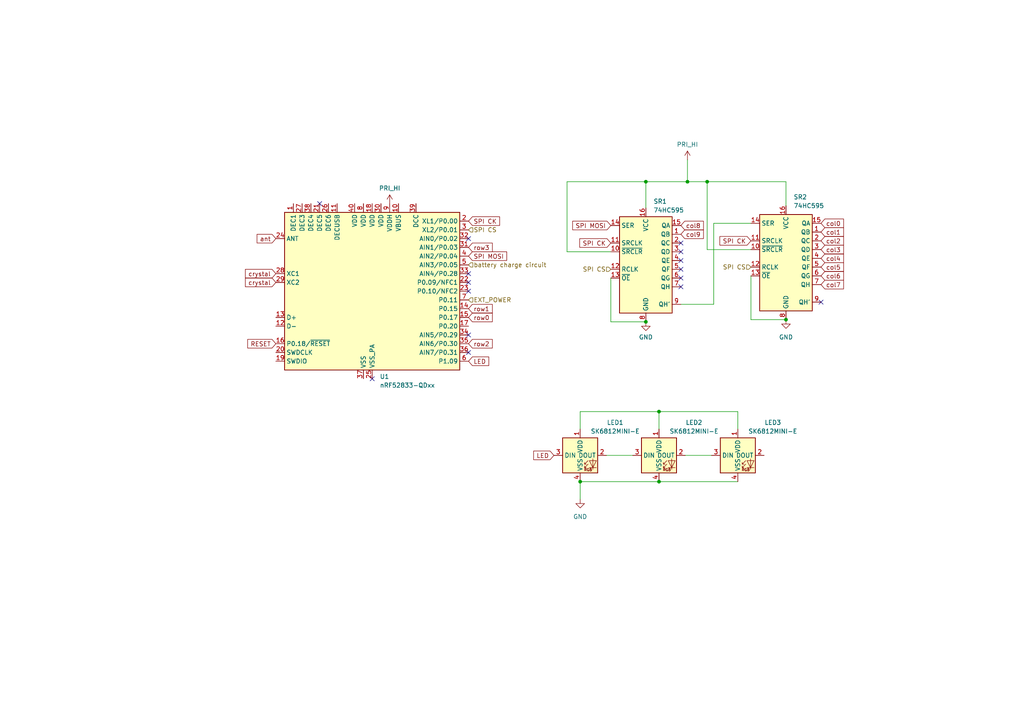
<source format=kicad_sch>
(kicad_sch (version 20230121) (generator eeschema)
  (paper "A4")
  (lib_symbols
    (symbol "74xx:74HC595"
      (property "Reference" "U" (at -7.62 13.97 0))
      (property "Value" "74HC595" (at -7.62 -16.51 0))
      (symbol "74HC595_1_0"
        (pin tri_state line (at 10.16 7.62 180) (length 2.54) (name "QB") (number "1"))
        (pin input line (at -10.16 2.54 0) (length 2.54) (name "~{SRCLR}") (number "10"))
        (pin input line (at -10.16 5.08 0) (length 2.54) (name "SRCLK") (number "11"))
        (pin input line (at -10.16 -2.54 0) (length 2.54) (name "RCLK") (number "12"))
        (pin input line (at -10.16 -5.08 0) (length 2.54) (name "~{OE}") (number "13"))
        (pin input line (at -10.16 10.16 0) (length 2.54) (name "SER") (number "14"))
        (pin tri_state line (at 10.16 10.16 180) (length 2.54) (name "QA") (number "15"))
        (pin power_in line (at 0 15.24 270) (length 2.54) (name "VCC") (number "16"))
        (pin tri_state line (at 10.16 5.08 180) (length 2.54) (name "QC") (number "2"))
        (pin tri_state line (at 10.16 2.54 180) (length 2.54) (name "QD") (number "3"))
        (pin tri_state line (at 10.16 0 180) (length 2.54) (name "QE") (number "4"))
        (pin tri_state line (at 10.16 -2.54 180) (length 2.54) (name "QF") (number "5"))
        (pin tri_state line (at 10.16 -5.08 180) (length 2.54) (name "QG") (number "6"))
        (pin tri_state line (at 10.16 -7.62 180) (length 2.54) (name "QH") (number "7"))
        (pin power_in line (at 0 -17.78 90) (length 2.54) (name "GND") (number "8"))
        (pin output line (at 10.16 -12.7 180) (length 2.54) (name "QH'") (number "9"))
      )
      (symbol "74HC595_1_1"
        (rectangle (start -7.62 12.7) (end 7.62 -15.24) (stroke (width 0.254)) (fill (type background)))
      )
    )
    (symbol "MCU_Nordic:nRF52820-QDxx"
      (property "Reference" "U1" (at 2.1941 -24.765 0))
      (property "Value" "nRF52833-QDxx" (at 2.1941 -27.305 0))
      (symbol "nRF52820-QDxx_0_1"
        (rectangle (start -25.4 22.86) (end 25.4 -22.86) (stroke (width 0.254)) (fill (type background)))
      )
      (symbol "nRF52820-QDxx_1_1"
        (pin passive line (at -22.86 25.4 270) (length 2.54) (name "DEC1") (number "1"))
        (pin power_in line (at 7.62 25.4 270) (length 2.54) (name "VBUS") (number "10"))
        (pin passive line (at -10.16 25.4 270) (length 2.54) (name "DECUSB") (number "11"))
        (pin bidirectional line (at -27.94 -10.16 0) (length 2.54) (name "D-") (number "12"))
        (pin bidirectional line (at -27.94 -7.62 0) (length 2.54) (name "D+") (number "13"))
        (pin bidirectional line (at 27.94 -5.08 180) (length 2.54) (name "P0.15") (number "14"))
        (pin bidirectional line (at 27.94 -7.62 180) (length 2.54) (name "P0.17") (number "15"))
        (pin bidirectional line (at -27.94 -15.24 0) (length 2.54) (name "P0.18/~{RESET}") (number "16"))
        (pin bidirectional line (at 27.94 -10.16 180) (length 2.54) (name "P0.20") (number "17"))
        (pin power_in line (at 0 25.4 270) (length 2.54) (name "VDD") (number "18"))
        (pin bidirectional line (at -27.94 -20.32 0) (length 2.54) (name "SWDIO") (number "19"))
        (pin bidirectional line (at 27.94 20.32 180) (length 2.54) (name "XL1/P0.00") (number "2"))
        (pin input line (at -27.94 -17.78 0) (length 2.54) (name "SWDCLK") (number "20"))
        (pin passive line (at -15.24 25.4 270) (length 2.54) (name "DEC5") (number "21"))
        (pin bidirectional line (at 27.94 2.54 180) (length 2.54) (name "P0.09/NFC1") (number "22"))
        (pin bidirectional line (at 27.94 0 180) (length 2.54) (name "P0.10/NFC2") (number "23"))
        (pin passive line (at -27.94 15.24 0) (length 2.54) (name "ANT") (number "24"))
        (pin power_in line (at 0 -25.4 90) (length 2.54) (name "VSS_PA") (number "25"))
        (pin passive line (at -12.7 25.4 270) (length 2.54) (name "DEC6") (number "26"))
        (pin passive line (at -20.32 25.4 270) (length 2.54) (name "DEC3") (number "27"))
        (pin input line (at -27.94 5.08 0) (length 2.54) (name "XC1") (number "28"))
        (pin input line (at -27.94 2.54 0) (length 2.54) (name "XC2") (number "29"))
        (pin bidirectional line (at 27.94 17.78 180) (length 2.54) (name "XL2/P0.01") (number "3"))
        (pin power_in line (at 2.54 25.4 270) (length 2.54) (name "VDD") (number "30"))
        (pin bidirectional line (at 27.94 12.7 180) (length 2.54) (name "AIN1/P0.03") (number "31"))
        (pin bidirectional line (at 27.94 15.24 180) (length 2.54) (name "AIN0/P0.02") (number "32"))
        (pin bidirectional line (at 27.94 5.08 180) (length 2.54) (name "AIN4/P0.28") (number "33"))
        (pin bidirectional line (at 27.94 -12.7 180) (length 2.54) (name "AIN5/P0.29") (number "34"))
        (pin bidirectional line (at 27.94 -15.24 180) (length 2.54) (name "AIN6/P0.30") (number "35"))
        (pin bidirectional line (at 27.94 -17.78 180) (length 2.54) (name "AIN7/P0.31") (number "36"))
        (pin power_in line (at -2.54 -25.4 90) (length 2.54) (name "VSS") (number "37"))
        (pin passive line (at -17.78 25.4 270) (length 2.54) (name "DEC4") (number "38"))
        (pin power_out line (at 12.7 25.4 270) (length 2.54) (name "DCC") (number "39"))
        (pin bidirectional line (at 27.94 10.16 180) (length 2.54) (name "AIN2/P0.04") (number "4"))
        (pin power_in line (at -5.08 25.4 270) (length 2.54) (name "VDD") (number "40"))
        (pin passive line (at -2.54 -25.4 90) (length 2.54) hide (name "VSS") (number "41"))
        (pin bidirectional line (at 27.94 7.62 180) (length 2.54) (name "AIN3/P0.05") (number "5"))
        (pin bidirectional line (at 27.94 -20.32 180) (length 2.54) (name "P1.09") (number "6"))
        (pin bidirectional line (at 27.94 -2.54 180) (length 2.54) (name "P0.11") (number "7"))
        (pin power_in line (at -2.54 25.4 270) (length 2.54) (name "VDD") (number "8"))
        (pin power_in line (at 5.08 25.4 270) (length 2.54) (name "VDDH") (number "9"))
      )
    )
    (symbol "PCM_marbastlib-various:SK6812MINI-E"
      (property "Reference" "LED" (at 2.54 6.35 0))
      (property "Value" "SK6812MINI-E" (at 7.62 -6.35 0))
      (symbol "SK6812MINI-E_0_0"
        (text "RGB" (at 2.286 -4.191 0) (effects (font (size 0.762 0.762))))
      )
      (symbol "SK6812MINI-E_0_1"
        (polyline (pts (xy 1.27 -3.556) (xy 1.778 -3.556)))
        (polyline (pts (xy 1.27 -2.54) (xy 1.778 -2.54)))
        (polyline (pts (xy 4.699 -3.556) (xy 2.667 -3.556)))
        (polyline (pts (xy 2.286 -2.54) (xy 1.27 -3.556) (xy 1.27 -3.048)))
        (polyline (pts (xy 2.286 -1.524) (xy 1.27 -2.54) (xy 1.27 -2.032)))
        (polyline (pts (xy 3.683 -1.016) (xy 3.683 -3.556) (xy 3.683 -4.064)))
        (polyline (pts (xy 4.699 -1.524) (xy 2.667 -1.524) (xy 3.683 -3.556) (xy 4.699 -1.524)))
        (rectangle (start 5.08 5.08) (end -5.08 -5.08) (stroke (width 0.254)) (fill (type background)))
      )
      (symbol "SK6812MINI-E_1_1"
        (pin power_in line (at 0 7.62 270) (length 2.54) (name "VDD") (number "1"))
        (pin output line (at 7.62 0 180) (length 2.54) (name "DOUT") (number "2"))
        (pin input line (at -7.62 0 0) (length 2.54) (name "DIN") (number "3"))
        (pin power_in line (at 0 -7.62 90) (length 2.54) (name "VSS") (number "4"))
      )
    )
    (symbol "power:GND" (power) (pin_names (offset 0))
      (property "Value" "GND" (at 0 -3.81 0))
      (symbol "GND_0_1"
        (polyline (pts (xy 0 0) (xy 0 -1.27) (xy 1.27 -1.27) (xy 0 -2.54) (xy -1.27 -1.27) (xy 0 -1.27)))
      )
      (symbol "GND_1_1"
        (pin power_in line (at 0 0 270) (length 0) hide (name "GND") (number "1"))
      )
    )
    (symbol "power:PRI_HI" (power) (pin_names (offset 0))
      (property "Value" "PRI_HI" (at 0 3.81 0))
      (symbol "PRI_HI_0_1"
        (polyline (pts (xy -0.762 1.27) (xy 0 2.54)))
        (polyline (pts (xy 0 0) (xy 0 2.54)))
        (polyline (pts (xy 0 2.54) (xy 0.762 1.27)))
      )
      (symbol "PRI_HI_1_1"
        (pin power_in line (at 0 0 90) (length 0) hide (name "PRI_HI") (number "1"))
      )
    )
  )
  (junction (at 168.275 139.7))
  (junction (at 199.39 52.705))
  (junction (at 205.105 52.705))
  (junction (at 187.325 93.345))
  (junction (at 187.325 52.705))
  (junction (at 191.135 139.7))
  (junction (at 191.135 119.38))
  (junction (at 227.965 92.71))
  (no_connect (at 135.89 102.235))
  (no_connect (at 197.485 83.185))
  (no_connect (at 135.89 79.375))
  (no_connect (at 135.89 69.215))
  (no_connect (at 197.485 70.485))
  (no_connect (at 238.125 87.63))
  (no_connect (at 107.95 109.855))
  (no_connect (at 135.89 84.455))
  (no_connect (at 197.485 80.645))
  (no_connect (at 135.89 81.915))
  (no_connect (at 197.485 75.565))
  (no_connect (at 197.485 73.025))
  (no_connect (at 92.71 59.055))
  (no_connect (at 135.89 97.155))
  (no_connect (at 197.485 78.105))
  (wire (pts (xy 205.105 72.39) (xy 205.105 52.705)))
  (wire (pts (xy 213.995 124.46) (xy 213.995 119.38)))
  (wire (pts (xy 205.105 52.705) (xy 227.965 52.705)))
  (wire (pts (xy 191.135 119.38) (xy 168.275 119.38)))
  (wire (pts (xy 191.135 139.7) (xy 213.995 139.7)))
  (wire (pts (xy 164.465 52.705) (xy 187.325 52.705)))
  (wire (pts (xy 168.275 119.38) (xy 168.275 124.46)))
  (wire (pts (xy 207.01 88.265) (xy 207.01 64.77)))
  (wire (pts (xy 198.755 132.08) (xy 206.375 132.08)))
  (wire (pts (xy 175.895 132.08) (xy 183.515 132.08)))
  (wire (pts (xy 217.805 80.01) (xy 217.805 92.71)))
  (wire (pts (xy 199.39 52.705) (xy 187.325 52.705)))
  (wire (pts (xy 199.39 46.355) (xy 199.39 52.705)))
  (wire (pts (xy 177.165 93.345) (xy 187.325 93.345)))
  (wire (pts (xy 164.465 52.705) (xy 164.465 73.025)))
  (wire (pts (xy 191.135 119.38) (xy 191.135 124.46)))
  (wire (pts (xy 217.805 72.39) (xy 205.105 72.39)))
  (wire (pts (xy 213.995 119.38) (xy 191.135 119.38)))
  (wire (pts (xy 207.01 64.77) (xy 217.805 64.77)))
  (wire (pts (xy 199.39 52.705) (xy 205.105 52.705)))
  (wire (pts (xy 187.325 52.705) (xy 187.325 60.325)))
  (wire (pts (xy 168.275 139.7) (xy 191.135 139.7)))
  (wire (pts (xy 197.485 88.265) (xy 207.01 88.265)))
  (wire (pts (xy 164.465 73.025) (xy 177.165 73.025)))
  (wire (pts (xy 177.165 80.645) (xy 177.165 93.345)))
  (wire (pts (xy 217.805 92.71) (xy 227.965 92.71)))
  (wire (pts (xy 227.965 52.705) (xy 227.965 59.69)))
  (wire (pts (xy 168.275 144.78) (xy 168.275 139.7)))
  (global_label "col8" (shape input) (at 197.485 65.405 0) (property "Intersheetrefs" "${INTERSHEET_REFS}" (effects hide)))
  (global_label "col3" (shape input) (at 238.125 72.39 0) (property "Intersheetrefs" "${INTERSHEET_REFS}" (effects hide)))
  (global_label "row3" (shape input) (at 135.89 71.755 0) (property "Intersheetrefs" "${INTERSHEET_REFS}" (effects hide)))
  (global_label "col5" (shape input) (at 238.125 77.47 0) (property "Intersheetrefs" "${INTERSHEET_REFS}" (effects hide)))
  (global_label "col4" (shape input) (at 238.125 74.93 0) (property "Intersheetrefs" "${INTERSHEET_REFS}" (effects hide)))
  (global_label "SPI CK" (shape input) (at 177.165 70.485 180) (property "Intersheetrefs" "${INTERSHEET_REFS}" (effects hide)))
  (global_label "SPI MOSI" (shape input) (at 177.165 65.405 180) (property "Intersheetrefs" "${INTERSHEET_REFS}" (effects hide)))
  (global_label "SPI MOSI" (shape input) (at 135.89 74.295 0) (property "Intersheetrefs" "${INTERSHEET_REFS}" (effects hide)))
  (global_label "crystal" (shape input) (at 80.01 81.915 180) (property "Intersheetrefs" "${INTERSHEET_REFS}" (effects hide)))
  (global_label "SPI CK" (shape input) (at 217.805 69.85 180) (property "Intersheetrefs" "${INTERSHEET_REFS}" (effects hide)))
  (global_label "ant" (shape input) (at 80.01 69.215 180) (property "Intersheetrefs" "${INTERSHEET_REFS}" (effects hide)))
  (global_label "LED" (shape input) (at 160.655 132.08 180) (property "Intersheetrefs" "${INTERSHEET_REFS}" (effects hide)))
  (global_label "row1" (shape input) (at 135.89 89.535 0) (property "Intersheetrefs" "${INTERSHEET_REFS}" (effects hide)))
  (global_label "col7" (shape input) (at 238.125 82.55 0) (property "Intersheetrefs" "${INTERSHEET_REFS}" (effects hide)))
  (global_label "row0" (shape input) (at 135.89 92.075 0) (property "Intersheetrefs" "${INTERSHEET_REFS}" (effects hide)))
  (global_label "col9" (shape input) (at 197.485 67.945 0) (property "Intersheetrefs" "${INTERSHEET_REFS}" (effects hide)))
  (global_label "col2" (shape input) (at 238.125 69.85 0) (property "Intersheetrefs" "${INTERSHEET_REFS}" (effects hide)))
  (global_label "RESET" (shape input) (at 80.01 99.695 180) (property "Intersheetrefs" "${INTERSHEET_REFS}" (effects hide)))
  (global_label "crystal" (shape input) (at 80.01 79.375 180) (property "Intersheetrefs" "${INTERSHEET_REFS}" (effects hide)))
  (global_label "col1" (shape input) (at 238.125 67.31 0) (property "Intersheetrefs" "${INTERSHEET_REFS}" (effects hide)))
  (global_label "row2" (shape input) (at 135.89 99.695 0) (property "Intersheetrefs" "${INTERSHEET_REFS}" (effects hide)))
  (global_label "LED" (shape input) (at 135.89 104.775 0) (property "Intersheetrefs" "${INTERSHEET_REFS}" (effects hide)))
  (global_label "col6" (shape input) (at 238.125 80.01 0) (property "Intersheetrefs" "${INTERSHEET_REFS}" (effects hide)))
  (global_label "SPI CK" (shape input) (at 135.89 64.135 0) (property "Intersheetrefs" "${INTERSHEET_REFS}" (effects hide)))
  (global_label "col0" (shape input) (at 238.125 64.77 0) (property "Intersheetrefs" "${INTERSHEET_REFS}" (effects hide)))
  (hierarchical_label "SPI CS" (shape input) (at 217.805 77.47 180))
  (hierarchical_label "EXT_POWER" (shape input) (at 135.89 86.995 0))
  (hierarchical_label "battery charge circuit" (shape input) (at 135.89 76.835 0))
  (hierarchical_label "SPI CS" (shape input) (at 177.165 78.105 180))
  (hierarchical_label "SPI CS" (shape input) (at 135.89 66.675 0))
  (symbol (lib_id "power:GND") (at 227.965 92.71 0) (unit 1)
    (property "Reference" "#PWR02" (effects hide))
    (property "Value" "GND" (at 227.965 97.79 0))
  )
  (symbol (lib_id "power:PRI_HI") (at 113.03 59.055 0) (unit 1)
    (property "Reference" "#PWR04" (effects hide))
    (property "Value" "PRI_HI" (at 113.03 54.61 0))
  )
  (symbol (lib_id "MCU_Nordic:nRF52820-QDxx") (at 107.95 84.455 0) (unit 1)
    (property "Reference" "U1" (at 110.1441 109.22 0) (effects (justify left)))
    (property "Value" "nRF52833-QDxx" (at 110.1441 111.76 0) (effects (justify left)))
    (property "Footprint" "Package_DFN_QFN:QFN-40-1EP_5x5mm_P0.4mm_EP3.6x3.6mm" (effects hide))
    (property "Datasheet" "https://infocenter.nordicsemi.com/pdf/nRF52820_PS_v1.0.pdf" (effects hide))
  )
  (symbol (lib_id "power:GND") (at 168.275 144.78 0) (unit 1)
    (property "Reference" "#PWR03" (effects hide))
    (property "Value" "GND" (at 168.275 149.86 0))
  )
  (symbol (lib_id "power:GND") (at 187.325 93.345 0) (unit 1)
    (property "Reference" "#PWR01" (effects hide))
    (property "Value" "GND" (at 187.325 97.79 0))
  )
  (symbol (lib_id "power:PRI_HI") (at 199.39 46.355 0) (unit 1)
    (property "Reference" "#PWR05" (effects hide))
    (property "Value" "PRI_HI" (at 199.39 41.91 0))
  )
  (symbol (lib_id "PCM_marbastlib-various:SK6812MINI-E") (at 191.135 132.08 0) (unit 1)
    (property "Reference" "LED2" (at 201.295 122.555 0))
    (property "Value" "SK6812MINI-E" (at 201.295 125.095 0))
    (property "Footprint" "PCM_marbastlib-various:LED_6028R" (effects hide))
  )
  (symbol (lib_id "PCM_marbastlib-various:SK6812MINI-E") (at 168.275 132.08 0) (unit 1)
    (property "Reference" "LED1" (at 178.435 122.555 0))
    (property "Value" "SK6812MINI-E" (at 178.435 125.095 0))
    (property "Footprint" "PCM_marbastlib-various:LED_6028R" (effects hide))
  )
  (symbol (lib_id "PCM_marbastlib-various:SK6812MINI-E") (at 213.995 132.08 0) (unit 1)
    (property "Reference" "LED3" (at 224.155 122.555 0))
    (property "Value" "SK6812MINI-E" (at 224.155 125.095 0))
    (property "Footprint" "PCM_marbastlib-various:LED_6028R" (effects hide))
  )
  (symbol (lib_id "74xx:74HC595") (at 187.325 75.565 0) (unit 1)
    (property "Reference" "SR1" (at 189.5191 58.42 0) (effects (justify left)))
    (property "Value" "74HC595" (at 189.5191 60.96 0) (effects (justify left)))
    (property "Datasheet" "http://www.ti.com/lit/ds/symlink/sn74hc595.pdf" (effects hide))
  )
  (symbol (lib_id "74xx:74HC595") (at 227.965 74.93 0) (unit 1)
    (property "Reference" "SR2" (at 230.1591 57.15 0) (effects (justify left)))
    (property "Value" "74HC595" (at 230.1591 59.69 0) (effects (justify left)))
    (property "Datasheet" "http://www.ti.com/lit/ds/symlink/sn74hc595.pdf" (effects hide))
  )
)
</source>
